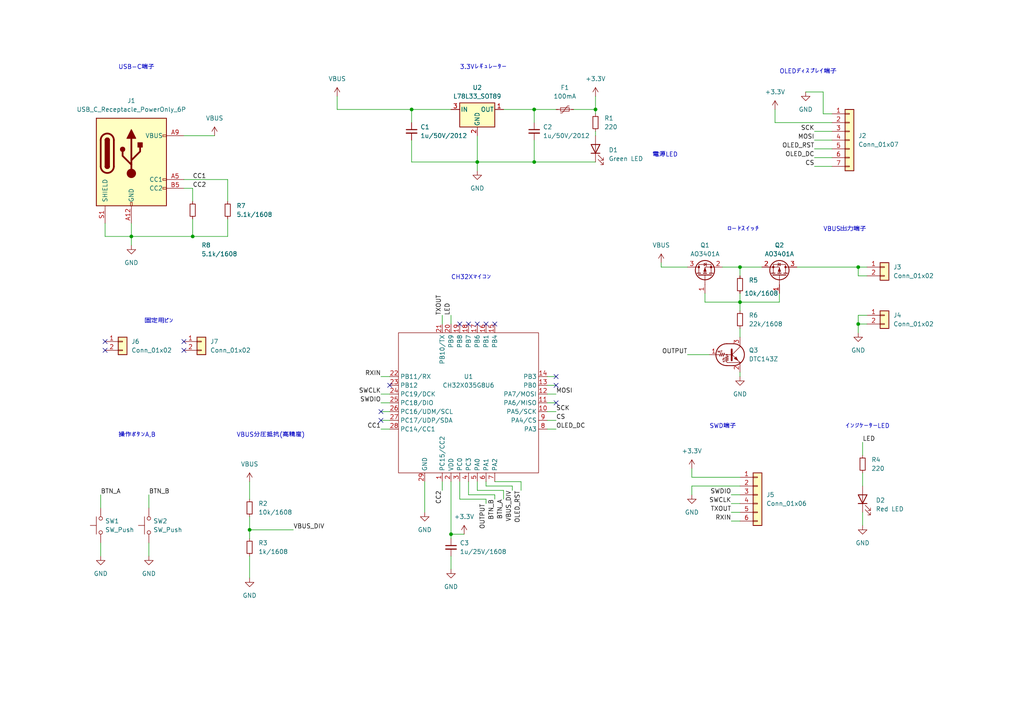
<source format=kicad_sch>
(kicad_sch (version 20230121) (generator eeschema)
  (paper "A4")
  (title_block (title "USBPDTrigger-VoltDisplay") (date "2023-12-31") (rev "v1.0") (company "@suzan_works"))
  (lib_symbols
    (symbol "0_My_Library:CH32X035G8U6"
      (property "Reference" "U" (at -1.27 10.16 0))
      (property "Value" "CH32X035G8U6" (at 0 6.35 0))
      (symbol "CH32X035G8U6_0_1"
        (rectangle (start -20.32 20.32) (end 20.32 -20.32))
      )
      (symbol "CH32X035G8U6_1_0"
        (pin bidirectional line (at 22.86 -2.54 180) (length 2.54) (name "PA5/SCK") (number "10"))
        (pin bidirectional line (at 22.86 0 180) (length 2.54) (name "PA6/MISO") (number "11"))
        (pin bidirectional line (at 22.86 2.54 180) (length 2.54) (name "PA7/MOSI") (number "12"))
        (pin bidirectional line (at 22.86 5.08 180) (length 2.54) (name "PB0") (number "13"))
        (pin bidirectional line (at 22.86 7.62 180) (length 2.54) (name "PB3") (number "14"))
        (pin bidirectional line (at 7.62 22.86 270) (length 2.54) (name "PB4") (number "15"))
        (pin bidirectional line (at 5.08 22.86 270) (length 2.54) (name "PB1") (number "16"))
        (pin bidirectional line (at 2.54 22.86 270) (length 2.54) (name "PB6") (number "17"))
        (pin bidirectional line (at 0 22.86 270) (length 2.54) (name "PB7") (number "18"))
        (pin bidirectional line (at -2.54 22.86 270) (length 2.54) (name "PB8") (number "19"))
        (pin power_in line (at -5.08 -22.86 90) (length 2.54) (name "VDD") (number "2"))
        (pin bidirectional line (at -5.08 22.86 270) (length 2.54) (name "PB9") (number "20"))
        (pin bidirectional line (at -7.62 22.86 270) (length 2.54) (name "PB10/TX") (number "21"))
        (pin bidirectional line (at -22.86 7.62 0) (length 2.54) (name "PB11/RX") (number "22"))
        (pin bidirectional line (at -22.86 5.08 0) (length 2.54) (name "PB12") (number "23"))
        (pin bidirectional line (at -22.86 2.54 0) (length 2.54) (name "PC19/DCK") (number "24"))
        (pin bidirectional line (at -22.86 0 0) (length 2.54) (name "PC18/DIO") (number "25"))
        (pin bidirectional line (at -22.86 -2.54 0) (length 2.54) (name "PC16/UDM/SCL") (number "26"))
        (pin bidirectional line (at -22.86 -5.08 0) (length 2.54) (name "PC17/UDP/SDA") (number "27"))
        (pin bidirectional line (at -22.86 -7.62 0) (length 2.54) (name "PC14/CC1") (number "28"))
        (pin power_in line (at -12.7 -22.86 90) (length 2.54) (name "GND") (number "29"))
        (pin bidirectional line (at -2.54 -22.86 90) (length 2.54) (name "PC0") (number "3"))
        (pin bidirectional line (at 0 -22.86 90) (length 2.54) (name "PC3") (number "4"))
        (pin bidirectional line (at 2.54 -22.86 90) (length 2.54) (name "PA0") (number "5"))
        (pin bidirectional line (at 5.08 -22.86 90) (length 2.54) (name "PA1") (number "6"))
        (pin bidirectional line (at 7.62 -22.86 90) (length 2.54) (name "PA2") (number "7"))
        (pin bidirectional line (at 22.86 -7.62 180) (length 2.54) (name "PA3") (number "8"))
        (pin bidirectional line (at 22.86 -5.08 180) (length 2.54) (name "PA4/CS") (number "9"))
      )
      (symbol "CH32X035G8U6_1_1"
        (pin bidirectional line (at -7.62 -22.86 90) (length 2.54) (name "PC15/CC2") (number "1"))
      )
    )
    (symbol "Connector:USB_C_Receptacle_PowerOnly_6P" (pin_names (offset 1.016))
      (property "Reference" "J" (at 0 16.51 0))
      (property "Value" "USB_C_Receptacle_PowerOnly_6P" (at 0 13.97 0))
      (symbol "USB_C_Receptacle_PowerOnly_6P_0_0"
        (rectangle (start -0.254 -12.7) (end 0.254 -11.684))
        (rectangle (start 10.16 -7.366) (end 9.144 -7.874))
        (rectangle (start 10.16 -4.826) (end 9.144 -5.334))
        (rectangle (start 10.16 7.874) (end 9.144 7.366))
      )
      (symbol "USB_C_Receptacle_PowerOnly_6P_0_1"
        (rectangle (start -10.16 12.7) (end 10.16 -12.7) (stroke (width 0.254)) (fill (type background)))
        (arc (start -8.89 -1.27) (mid -6.985 -3.1667) (end -5.08 -1.27) (stroke (width 0.508)))
        (arc (start -7.62 -1.27) (mid -6.985 -1.9023) (end -6.35 -1.27) (stroke (width 0.254)))
        (arc (start -7.62 -1.27) (mid -6.985 -1.9023) (end -6.35 -1.27) (stroke (width 0.254)) (fill (type outline)))
        (rectangle (start -7.62 -1.27) (end -6.35 6.35) (stroke (width 0.254)) (fill (type outline)))
        (arc (start -6.35 6.35) (mid -6.985 6.9823) (end -7.62 6.35) (stroke (width 0.254)))
        (arc (start -6.35 6.35) (mid -6.985 6.9823) (end -7.62 6.35) (stroke (width 0.254)) (fill (type outline)))
        (arc (start -5.08 6.35) (mid -6.985 8.2467) (end -8.89 6.35) (stroke (width 0.508)))
        (circle (center -2.54 3.683) (radius 0.635) (stroke (width 0.254)) (fill (type outline)))
        (circle (center 0 -3.302) (radius 1.27) (fill (type outline)))
        (polyline (pts (xy -8.89 -1.27) (xy -8.89 6.35)) (stroke (width 0.508)))
        (polyline (pts (xy -5.08 6.35) (xy -5.08 -1.27)) (stroke (width 0.508)))
        (polyline (pts (xy 0 -3.302) (xy 0 6.858)) (stroke (width 0.508)))
        (polyline (pts (xy 0 -0.762) (xy -2.54 1.778) (xy -2.54 3.048)) (stroke (width 0.508)))
        (polyline (pts (xy 0 0.508) (xy 2.54 3.048) (xy 2.54 4.318)) (stroke (width 0.508)))
        (polyline (pts (xy -1.27 6.858) (xy 0 9.398) (xy 1.27 6.858) (xy -1.27 6.858)) (stroke (width 0.254)) (fill (type outline)))
        (rectangle (start 1.905 4.318) (end 3.175 5.588) (stroke (width 0.254)) (fill (type outline)))
      )
      (symbol "USB_C_Receptacle_PowerOnly_6P_1_1"
        (pin passive line (at 0 -17.78 90) (length 5.08) (name "GND") (number "A12"))
        (pin bidirectional line (at 15.24 -5.08 180) (length 5.08) (name "CC1") (number "A5"))
        (pin passive line (at 15.24 7.62 180) (length 5.08) (name "VBUS") (number "A9"))
        (pin passive line (at 0 -17.78 90) (length 5.08) hide (name "GND") (number "B12"))
        (pin bidirectional line (at 15.24 -7.62 180) (length 5.08) (name "CC2") (number "B5"))
        (pin passive line (at 15.24 7.62 180) (length 5.08) hide (name "VBUS") (number "B9"))
        (pin passive line (at -7.62 -17.78 90) (length 5.08) (name "SHIELD") (number "S1"))
      )
    )
    (symbol "Connector_Generic:Conn_01x02" (pin_names (offset 1.016) hide)
      (property "Reference" "J" (at 0 2.54 0))
      (property "Value" "Conn_01x02" (at 0 -5.08 0))
      (symbol "Conn_01x02_1_1"
        (rectangle (start -1.27 -2.413) (end 0 -2.667) (stroke (width 0.1524)))
        (rectangle (start -1.27 0.127) (end 0 -0.127) (stroke (width 0.1524)))
        (rectangle (start -1.27 1.27) (end 1.27 -3.81) (stroke (width 0.254)) (fill (type background)))
        (pin passive line (at -5.08 0 0) (length 3.81) (name "Pin_1") (number "1"))
        (pin passive line (at -5.08 -2.54 0) (length 3.81) (name "Pin_2") (number "2"))
      )
    )
    (symbol "Connector_Generic:Conn_01x06" (pin_names (offset 1.016) hide)
      (property "Reference" "J" (at 0 7.62 0))
      (property "Value" "Conn_01x06" (at 0 -10.16 0))
      (symbol "Conn_01x06_1_1"
        (rectangle (start -1.27 -7.493) (end 0 -7.747) (stroke (width 0.1524)))
        (rectangle (start -1.27 -4.953) (end 0 -5.207) (stroke (width 0.1524)))
        (rectangle (start -1.27 -2.413) (end 0 -2.667) (stroke (width 0.1524)))
        (rectangle (start -1.27 0.127) (end 0 -0.127) (stroke (width 0.1524)))
        (rectangle (start -1.27 2.667) (end 0 2.413) (stroke (width 0.1524)))
        (rectangle (start -1.27 5.207) (end 0 4.953) (stroke (width 0.1524)))
        (rectangle (start -1.27 6.35) (end 1.27 -8.89) (stroke (width 0.254)) (fill (type background)))
        (pin passive line (at -5.08 5.08 0) (length 3.81) (name "Pin_1") (number "1"))
        (pin passive line (at -5.08 2.54 0) (length 3.81) (name "Pin_2") (number "2"))
        (pin passive line (at -5.08 0 0) (length 3.81) (name "Pin_3") (number "3"))
        (pin passive line (at -5.08 -2.54 0) (length 3.81) (name "Pin_4") (number "4"))
        (pin passive line (at -5.08 -5.08 0) (length 3.81) (name "Pin_5") (number "5"))
        (pin passive line (at -5.08 -7.62 0) (length 3.81) (name "Pin_6") (number "6"))
      )
    )
    (symbol "Connector_Generic:Conn_01x07" (pin_names (offset 1.016) hide)
      (property "Reference" "J" (at 0 10.16 0))
      (property "Value" "Conn_01x07" (at 0 -10.16 0))
      (symbol "Conn_01x07_1_1"
        (rectangle (start -1.27 -7.493) (end 0 -7.747) (stroke (width 0.1524)))
        (rectangle (start -1.27 -4.953) (end 0 -5.207) (stroke (width 0.1524)))
        (rectangle (start -1.27 -2.413) (end 0 -2.667) (stroke (width 0.1524)))
        (rectangle (start -1.27 0.127) (end 0 -0.127) (stroke (width 0.1524)))
        (rectangle (start -1.27 2.667) (end 0 2.413) (stroke (width 0.1524)))
        (rectangle (start -1.27 5.207) (end 0 4.953) (stroke (width 0.1524)))
        (rectangle (start -1.27 7.747) (end 0 7.493) (stroke (width 0.1524)))
        (rectangle (start -1.27 8.89) (end 1.27 -8.89) (stroke (width 0.254)) (fill (type background)))
        (pin passive line (at -5.08 7.62 0) (length 3.81) (name "Pin_1") (number "1"))
        (pin passive line (at -5.08 5.08 0) (length 3.81) (name "Pin_2") (number "2"))
        (pin passive line (at -5.08 2.54 0) (length 3.81) (name "Pin_3") (number "3"))
        (pin passive line (at -5.08 0 0) (length 3.81) (name "Pin_4") (number "4"))
        (pin passive line (at -5.08 -2.54 0) (length 3.81) (name "Pin_5") (number "5"))
        (pin passive line (at -5.08 -5.08 0) (length 3.81) (name "Pin_6") (number "6"))
        (pin passive line (at -5.08 -7.62 0) (length 3.81) (name "Pin_7") (number "7"))
      )
    )
    (symbol "Device:C_Small" (pin_numbers hide) (pin_names (offset 0.254) hide)
      (property "Reference" "C" (at 0.254 1.778 0))
      (property "Value" "C_Small" (at 0.254 -2.032 0))
      (symbol "C_Small_0_1"
        (polyline (pts (xy -1.524 -0.508) (xy 1.524 -0.508)) (stroke (width 0.3302)))
        (polyline (pts (xy -1.524 0.508) (xy 1.524 0.508)) (stroke (width 0.3048)))
      )
      (symbol "C_Small_1_1"
        (pin passive line (at 0 2.54 270) (length 2.032) (name "~") (number "1"))
        (pin passive line (at 0 -2.54 90) (length 2.032) (name "~") (number "2"))
      )
    )
    (symbol "Device:LED" (pin_numbers hide) (pin_names (offset 1.016) hide)
      (property "Reference" "D" (at 0 2.54 0))
      (property "Value" "LED" (at 0 -2.54 0))
      (symbol "LED_0_1"
        (polyline (pts (xy -1.27 -1.27) (xy -1.27 1.27)) (stroke (width 0.254)))
        (polyline (pts (xy -1.27 0) (xy 1.27 0)))
        (polyline (pts (xy 1.27 -1.27) (xy 1.27 1.27) (xy -1.27 0) (xy 1.27 -1.27)) (stroke (width 0.254)))
        (polyline (pts (xy -3.048 -0.762) (xy -4.572 -2.286) (xy -3.81 -2.286) (xy -4.572 -2.286) (xy -4.572 -1.524)))
        (polyline (pts (xy -1.778 -0.762) (xy -3.302 -2.286) (xy -2.54 -2.286) (xy -3.302 -2.286) (xy -3.302 -1.524)))
      )
      (symbol "LED_1_1"
        (pin passive line (at -3.81 0 0) (length 2.54) (name "K") (number "1"))
        (pin passive line (at 3.81 0 180) (length 2.54) (name "A") (number "2"))
      )
    )
    (symbol "Device:Polyfuse_Small" (pin_numbers hide) (pin_names (offset 0))
      (property "Reference" "F" (at -1.905 0 90))
      (property "Value" "Polyfuse_Small" (at 1.905 0 90))
      (symbol "Polyfuse_Small_0_1"
        (rectangle (start -0.508 1.27) (end 0.508 -1.27))
        (polyline (pts (xy 0 2.54) (xy 0 -2.54)))
        (polyline (pts (xy -1.016 1.27) (xy -1.016 0.762) (xy 1.016 -0.762) (xy 1.016 -1.27)))
      )
      (symbol "Polyfuse_Small_1_1"
        (pin passive line (at 0 2.54 270) (length 0.635) (name "~") (number "1"))
        (pin passive line (at 0 -2.54 90) (length 0.635) (name "~") (number "2"))
      )
    )
    (symbol "Device:Q_PMOS_GSD" (pin_names (offset 0) hide)
      (property "Reference" "Q" (at 5.08 1.27 0))
      (property "Value" "Q_PMOS_GSD" (at 5.08 -1.27 0))
      (symbol "Q_PMOS_GSD_0_1"
        (polyline (pts (xy 0.254 0) (xy -2.54 0)))
        (polyline (pts (xy 0.254 1.905) (xy 0.254 -1.905)) (stroke (width 0.254)))
        (polyline (pts (xy 0.762 -1.27) (xy 0.762 -2.286)) (stroke (width 0.254)))
        (polyline (pts (xy 0.762 0.508) (xy 0.762 -0.508)) (stroke (width 0.254)))
        (polyline (pts (xy 0.762 2.286) (xy 0.762 1.27)) (stroke (width 0.254)))
        (polyline (pts (xy 2.54 2.54) (xy 2.54 1.778)))
        (polyline (pts (xy 2.54 -2.54) (xy 2.54 0) (xy 0.762 0)))
        (polyline (pts (xy 0.762 1.778) (xy 3.302 1.778) (xy 3.302 -1.778) (xy 0.762 -1.778)))
        (polyline (pts (xy 2.286 0) (xy 1.27 0.381) (xy 1.27 -0.381) (xy 2.286 0)) (fill (type outline)))
        (polyline (pts (xy 2.794 -0.508) (xy 2.921 -0.381) (xy 3.683 -0.381) (xy 3.81 -0.254)))
        (polyline (pts (xy 3.302 -0.381) (xy 2.921 0.254) (xy 3.683 0.254) (xy 3.302 -0.381)))
        (circle (center 1.651 0) (radius 2.794) (stroke (width 0.254)))
        (circle (center 2.54 -1.778) (radius 0.254) (fill (type outline)))
        (circle (center 2.54 1.778) (radius 0.254) (fill (type outline)))
      )
      (symbol "Q_PMOS_GSD_1_1"
        (pin input line (at -5.08 0 0) (length 2.54) (name "G") (number "1"))
        (pin passive line (at 2.54 -5.08 90) (length 2.54) (name "S") (number "2"))
        (pin passive line (at 2.54 5.08 270) (length 2.54) (name "D") (number "3"))
      )
    )
    (symbol "Device:R_Small" (pin_numbers hide) (pin_names (offset 0.254) hide)
      (property "Reference" "R" (at 0.762 0.508 0))
      (property "Value" "R_Small" (at 0.762 -1.016 0))
      (symbol "R_Small_0_1"
        (rectangle (start -0.762 1.778) (end 0.762 -1.778) (stroke (width 0.2032)))
      )
      (symbol "R_Small_1_1"
        (pin passive line (at 0 2.54 270) (length 0.762) (name "~") (number "1"))
        (pin passive line (at 0 -2.54 90) (length 0.762) (name "~") (number "2"))
      )
    )
    (symbol "Regulator_Linear:L78L33_SOT89" (pin_names (offset 0.254))
      (property "Reference" "U" (at -3.81 3.175 0))
      (property "Value" "L78L33_SOT89" (at -0.635 3.175 0))
      (symbol "L78L33_SOT89_0_1"
        (rectangle (start -5.08 1.905) (end 5.08 -5.08) (stroke (width 0.254)) (fill (type background)))
      )
      (symbol "L78L33_SOT89_1_1"
        (pin power_out line (at 7.62 0 180) (length 2.54) (name "OUT") (number "1"))
        (pin power_in line (at 0 -7.62 90) (length 2.54) (name "GND") (number "2"))
        (pin power_in line (at -7.62 0 0) (length 2.54) (name "IN") (number "3"))
      )
    )
    (symbol "Switch:SW_Push" (pin_numbers hide) (pin_names (offset 1.016) hide)
      (property "Reference" "SW" (at 1.27 2.54 0))
      (property "Value" "SW_Push" (at 0 -1.524 0))
      (symbol "SW_Push_0_1"
        (circle (center -2.032 0) (radius 0.508))
        (polyline (pts (xy 0 1.27) (xy 0 3.048)))
        (polyline (pts (xy 2.54 1.27) (xy -2.54 1.27)))
        (circle (center 2.032 0) (radius 0.508))
        (pin passive line (at -5.08 0 0) (length 2.54) (name "1") (number "1"))
        (pin passive line (at 5.08 0 180) (length 2.54) (name "2") (number "2"))
      )
    )
    (symbol "Transistor_BJT:DTC143Z" (pin_names (offset 0) hide)
      (property "Reference" "Q" (at 5.08 1.905 0))
      (property "Value" "DTC143Z" (at 5.08 0 0))
      (symbol "DTC143Z_0_0"
        (text "47k" (at -2.159 -1.524 900) (effects (font (size 0.508 0.508))))
        (text "4k7" (at -3.302 0.889 0) (effects (font (size 0.508 0.508))))
      )
      (symbol "DTC143Z_0_1"
        (circle (center -1.27 0) (radius 0.127))
        (arc (start -1.27 3.175) (mid -4.4312 0) (end -1.27 -3.175) (stroke (width 0.254)))
        (polyline (pts (xy -3.429 0) (xy -3.81 0)))
        (polyline (pts (xy -1.27 -3.175) (xy 0.635 -3.175)) (stroke (width 0.254)))
        (polyline (pts (xy -1.27 3.175) (xy 0.635 3.175)) (stroke (width 0.254)))
        (polyline (pts (xy 0 -0.254) (xy 2.54 2.286)))
        (polyline (pts (xy 0.127 1.524) (xy 0.127 -1.651)) (stroke (width 0.508)) (fill (type outline)))
        (polyline (pts (xy 2.54 2.286) (xy 2.54 2.54)))
        (polyline (pts (xy 2.54 -2.286) (xy 0 0.254) (xy 0 0.254)))
        (polyline (pts (xy 0.889 -1.143) (xy 1.397 -0.635) (xy 1.905 -1.651) (xy 0.889 -1.143)) (fill (type outline)))
        (polyline (pts (xy 0 0) (xy -1.905 0) (xy -2.032 0.508) (xy -2.286 -0.508) (xy -2.54 0.508) (xy -2.794 -0.508) (xy -3.048 0.508) (xy -3.302 -0.508) (xy -3.429 0)))
        (polyline (pts (xy -1.27 0) (xy -1.27 -0.381) (xy -0.762 -0.508) (xy -1.778 -0.762) (xy -0.762 -1.016) (xy -1.778 -1.27) (xy -0.762 -1.524) (xy -1.778 -1.778) (xy -1.27 -1.905) (xy -1.27 -2.286) (xy 2.54 -2.286)))
        (arc (start 0.635 -3.175) (mid 3.7962 0) (end 0.635 3.175) (stroke (width 0.254)))
        (circle (center 2.54 -2.286) (radius 0.127))
      )
      (symbol "DTC143Z_1_1"
        (pin input line (at -6.35 0 0) (length 2.54) (name "B") (number "1"))
        (pin passive line (at 2.54 -5.08 90) (length 2.54) (name "E") (number "2"))
        (pin passive line (at 2.54 5.08 270) (length 2.54) (name "C") (number "3"))
      )
    )
    (symbol "power:+3.3V" (power) (pin_names (offset 0))
      (property "Value" "+3.3V" (at 0 3.556 0))
      (symbol "+3.3V_0_1"
        (polyline (pts (xy -0.762 1.27) (xy 0 2.54)))
        (polyline (pts (xy 0 0) (xy 0 2.54)))
        (polyline (pts (xy 0 2.54) (xy 0.762 1.27)))
      )
      (symbol "+3.3V_1_1"
        (pin power_in line (at 0 0 90) (length 0) hide (name "+3.3V") (number "1"))
      )
    )
    (symbol "power:GND" (power) (pin_names (offset 0))
      (property "Value" "GND" (at 0 -3.81 0))
      (symbol "GND_0_1"
        (polyline (pts (xy 0 0) (xy 0 -1.27) (xy 1.27 -1.27) (xy 0 -2.54) (xy -1.27 -1.27) (xy 0 -1.27)))
      )
      (symbol "GND_1_1"
        (pin power_in line (at 0 0 270) (length 0) hide (name "GND") (number "1"))
      )
    )
    (symbol "power:VBUS" (power) (pin_names (offset 0))
      (property "Value" "VBUS" (at 0 3.81 0))
      (symbol "VBUS_0_1"
        (polyline (pts (xy -0.762 1.27) (xy 0 2.54)))
        (polyline (pts (xy 0 0) (xy 0 2.54)))
        (polyline (pts (xy 0 2.54) (xy 0.762 1.27)))
      )
      (symbol "VBUS_1_1"
        (pin power_in line (at 0 0 90) (length 0) hide (name "VBUS") (number "1"))
      )
    )
  )
  (junction (at 248.92 77.47))
  (junction (at 154.94 46.99))
  (junction (at 130.81 154.94))
  (junction (at 55.88 68.58))
  (junction (at 214.63 87.63))
  (junction (at 38.1 68.58))
  (junction (at 214.63 77.47))
  (junction (at 72.39 153.67))
  (junction (at 154.94 31.75))
  (junction (at 172.72 31.75))
  (junction (at 248.92 93.98))
  (junction (at 138.43 46.99))
  (junction (at 119.38 31.75))
  (no_connect (at 161.29 116.84))
  (no_connect (at 143.51 93.98))
  (no_connect (at 53.34 99.06))
  (no_connect (at 53.34 101.6))
  (no_connect (at 135.89 93.98))
  (no_connect (at 140.97 93.98))
  (no_connect (at 161.29 109.22))
  (no_connect (at 113.03 111.76))
  (no_connect (at 138.43 93.98))
  (no_connect (at 161.29 111.76))
  (no_connect (at 30.48 99.06))
  (no_connect (at 110.49 119.38))
  (no_connect (at 110.49 121.92))
  (no_connect (at 30.48 101.6))
  (no_connect (at 133.35 93.98))
  (wire (pts (xy 130.81 91.44) (xy 130.81 93.98)))
  (wire (pts (xy 212.09 151.13) (xy 214.63 151.13)))
  (wire (pts (xy 236.22 40.64) (xy 241.3 40.64)))
  (wire (pts (xy 151.13 139.7) (xy 151.13 142.24)))
  (wire (pts (xy 250.19 128.27) (xy 250.19 132.08)))
  (wire (pts (xy 214.63 77.47) (xy 214.63 80.01)))
  (wire (pts (xy 151.13 139.7) (xy 143.51 139.7)))
  (wire (pts (xy 72.39 139.7) (xy 72.39 144.78)))
  (wire (pts (xy 212.09 146.05) (xy 214.63 146.05)))
  (wire (pts (xy 172.72 31.75) (xy 172.72 27.94)))
  (wire (pts (xy 130.81 154.94) (xy 134.62 154.94)))
  (wire (pts (xy 214.63 85.09) (xy 214.63 87.63)))
  (wire (pts (xy 130.81 161.29) (xy 130.81 165.1)))
  (wire (pts (xy 250.19 137.16) (xy 250.19 140.97)))
  (wire (pts (xy 133.35 139.7) (xy 133.35 144.78)))
  (wire (pts (xy 55.88 68.58) (xy 55.88 63.5)))
  (wire (pts (xy 158.75 111.76) (xy 161.29 111.76)))
  (wire (pts (xy 154.94 46.99) (xy 138.43 46.99)))
  (wire (pts (xy 143.51 144.78) (xy 143.51 143.51)))
  (wire (pts (xy 236.22 48.26) (xy 241.3 48.26)))
  (wire (pts (xy 236.22 38.1) (xy 241.3 38.1)))
  (wire (pts (xy 158.75 121.92) (xy 161.29 121.92)))
  (wire (pts (xy 138.43 46.99) (xy 119.38 46.99)))
  (wire (pts (xy 29.21 157.48) (xy 29.21 161.29)))
  (wire (pts (xy 236.22 43.18) (xy 241.3 43.18)))
  (wire (pts (xy 72.39 153.67) (xy 85.09 153.67)))
  (wire (pts (xy 97.79 27.94) (xy 97.79 31.75)))
  (wire (pts (xy 231.14 77.47) (xy 248.92 77.47)))
  (wire (pts (xy 158.75 119.38) (xy 161.29 119.38)))
  (wire (pts (xy 30.48 68.58) (xy 38.1 68.58)))
  (wire (pts (xy 72.39 153.67) (xy 72.39 156.21)))
  (wire (pts (xy 110.49 124.46) (xy 113.03 124.46)))
  (wire (pts (xy 66.04 52.07) (xy 66.04 58.42)))
  (wire (pts (xy 148.59 140.97) (xy 140.97 140.97)))
  (wire (pts (xy 200.66 135.89) (xy 200.66 138.43)))
  (wire (pts (xy 30.48 64.77) (xy 30.48 68.58)))
  (wire (pts (xy 138.43 46.99) (xy 138.43 49.53)))
  (wire (pts (xy 200.66 140.97) (xy 200.66 143.51)))
  (wire (pts (xy 130.81 154.94) (xy 130.81 156.21)))
  (wire (pts (xy 119.38 31.75) (xy 130.81 31.75)))
  (wire (pts (xy 110.49 114.3) (xy 113.03 114.3)))
  (wire (pts (xy 140.97 146.05) (xy 140.97 144.78)))
  (wire (pts (xy 250.19 148.59) (xy 250.19 152.4)))
  (wire (pts (xy 110.49 109.22) (xy 113.03 109.22)))
  (wire (pts (xy 148.59 140.97) (xy 148.59 142.24)))
  (wire (pts (xy 72.39 149.86) (xy 72.39 153.67)))
  (wire (pts (xy 248.92 91.44) (xy 251.46 91.44)))
  (wire (pts (xy 138.43 142.24) (xy 138.43 139.7)))
  (wire (pts (xy 123.19 139.7) (xy 123.19 148.59)))
  (wire (pts (xy 214.63 87.63) (xy 214.63 90.17)))
  (wire (pts (xy 110.49 116.84) (xy 113.03 116.84)))
  (wire (pts (xy 214.63 140.97) (xy 200.66 140.97)))
  (wire (pts (xy 191.77 77.47) (xy 199.39 77.47)))
  (wire (pts (xy 38.1 68.58) (xy 55.88 68.58)))
  (wire (pts (xy 158.75 109.22) (xy 161.29 109.22)))
  (wire (pts (xy 214.63 87.63) (xy 226.06 87.63)))
  (wire (pts (xy 158.75 114.3) (xy 161.29 114.3)))
  (wire (pts (xy 199.39 102.87) (xy 205.74 102.87)))
  (wire (pts (xy 53.34 52.07) (xy 66.04 52.07)))
  (wire (pts (xy 146.05 144.78) (xy 146.05 142.24)))
  (wire (pts (xy 248.92 77.47) (xy 251.46 77.47)))
  (wire (pts (xy 191.77 76.2) (xy 191.77 77.47)))
  (wire (pts (xy 236.22 45.72) (xy 241.3 45.72)))
  (wire (pts (xy 119.38 31.75) (xy 119.38 35.56)))
  (wire (pts (xy 128.27 91.44) (xy 128.27 93.98)))
  (wire (pts (xy 209.55 77.47) (xy 214.63 77.47)))
  (wire (pts (xy 135.89 143.51) (xy 135.89 139.7)))
  (wire (pts (xy 55.88 58.42) (xy 55.88 54.61)))
  (wire (pts (xy 110.49 121.92) (xy 113.03 121.92)))
  (wire (pts (xy 238.76 26.67) (xy 233.68 26.67)))
  (wire (pts (xy 200.66 138.43) (xy 214.63 138.43)))
  (wire (pts (xy 248.92 93.98) (xy 251.46 93.98)))
  (wire (pts (xy 214.63 107.95) (xy 214.63 109.22)))
  (wire (pts (xy 29.21 143.51) (xy 29.21 147.32)))
  (wire (pts (xy 251.46 80.01) (xy 248.92 80.01)))
  (wire (pts (xy 53.34 39.37) (xy 62.23 39.37)))
  (wire (pts (xy 38.1 64.77) (xy 38.1 68.58)))
  (wire (pts (xy 204.47 85.09) (xy 204.47 87.63)))
  (wire (pts (xy 138.43 39.37) (xy 138.43 46.99)))
  (wire (pts (xy 110.49 119.38) (xy 113.03 119.38)))
  (wire (pts (xy 154.94 31.75) (xy 154.94 35.56)))
  (wire (pts (xy 97.79 31.75) (xy 119.38 31.75)))
  (wire (pts (xy 248.92 96.52) (xy 248.92 93.98)))
  (wire (pts (xy 248.92 93.98) (xy 248.92 91.44)))
  (wire (pts (xy 158.75 116.84) (xy 161.29 116.84)))
  (wire (pts (xy 143.51 143.51) (xy 135.89 143.51)))
  (wire (pts (xy 146.05 31.75) (xy 154.94 31.75)))
  (wire (pts (xy 226.06 85.09) (xy 226.06 87.63)))
  (wire (pts (xy 224.79 35.56) (xy 224.79 31.75)))
  (wire (pts (xy 38.1 68.58) (xy 38.1 71.12)))
  (wire (pts (xy 241.3 35.56) (xy 224.79 35.56)))
  (wire (pts (xy 172.72 46.99) (xy 154.94 46.99)))
  (wire (pts (xy 212.09 148.59) (xy 214.63 148.59)))
  (wire (pts (xy 55.88 54.61) (xy 53.34 54.61)))
  (wire (pts (xy 158.75 124.46) (xy 161.29 124.46)))
  (wire (pts (xy 172.72 38.1) (xy 172.72 39.37)))
  (wire (pts (xy 43.18 143.51) (xy 43.18 147.32)))
  (wire (pts (xy 43.18 157.48) (xy 43.18 161.29)))
  (wire (pts (xy 140.97 140.97) (xy 140.97 139.7)))
  (wire (pts (xy 248.92 77.47) (xy 248.92 80.01)))
  (wire (pts (xy 154.94 40.64) (xy 154.94 46.99)))
  (wire (pts (xy 72.39 161.29) (xy 72.39 167.64)))
  (wire (pts (xy 154.94 31.75) (xy 161.29 31.75)))
  (wire (pts (xy 172.72 31.75) (xy 172.72 33.02)))
  (wire (pts (xy 214.63 95.25) (xy 214.63 97.79)))
  (wire (pts (xy 119.38 40.64) (xy 119.38 46.99)))
  (wire (pts (xy 55.88 68.58) (xy 66.04 68.58)))
  (wire (pts (xy 128.27 139.7) (xy 128.27 142.24)))
  (wire (pts (xy 140.97 144.78) (xy 133.35 144.78)))
  (wire (pts (xy 66.04 63.5) (xy 66.04 68.58)))
  (wire (pts (xy 214.63 77.47) (xy 220.98 77.47)))
  (wire (pts (xy 238.76 33.02) (xy 238.76 26.67)))
  (wire (pts (xy 130.81 139.7) (xy 130.81 154.94)))
  (wire (pts (xy 204.47 87.63) (xy 214.63 87.63)))
  (wire (pts (xy 166.37 31.75) (xy 172.72 31.75)))
  (wire (pts (xy 241.3 33.02) (xy 238.76 33.02)))
  (wire (pts (xy 212.09 143.51) (xy 214.63 143.51)))
  (wire (pts (xy 146.05 142.24) (xy 138.43 142.24)))
  (text "電源LED" (at 189.23 45.72 0) (effects (font (size 1.27 1.27)) (justify left bottom)))
  (text "OLEDディスプレイ端子" (at 226.06 21.59 0) (effects (font (size 1.27 1.27)) (justify left bottom)))
  (text "VBUS分圧抵抗(高精度)" (at 68.58 127 0) (effects (font (size 1.27 1.27)) (justify left bottom)))
  (text "USB-C端子" (at 34.29 20.32 0) (effects (font (size 1.27 1.27)) (justify left bottom)))
  (text "操作ボタンA,B" (at 34.29 127 0) (effects (font (size 1.27 1.27)) (justify left bottom)))
  (text "VBUS出力端子" (at 238.76 67.31 0) (effects (font (size 1.27 1.27)) (justify left bottom)))
  (text "インジケーターLED" (at 245.11 124.46 0) (effects (font (size 1.27 1.27)) (justify left bottom)))
  (text "CH32Xマイコン" (at 130.81 81.28 0) (effects (font (size 1.27 1.27)) (justify left bottom)))
  (text "ロードスイッチ" (at 210.82 67.31 0) (effects (font (size 1.27 1.27)) (justify left bottom)))
  (text "SWD端子" (at 205.74 124.46 0) (effects (font (size 1.27 1.27)) (justify left bottom)))
  (text "固定用ピン" (at 41.91 93.98 0) (effects (font (size 1.27 1.27)) (justify left bottom)))
  (text "3.3Vレギュレーター" (at 133.35 20.32 0) (effects (font (size 1.27 1.27)) (justify left bottom)))
  (label "SWCLK" (at 212.09 146.05 180))
  (label "SCK" (at 236.22 38.1 180))
  (label "OLED_RST" (at 236.22 43.18 180))
  (label "OLED_DC" (at 236.22 45.72 180))
  (label "OUTPUT" (at 199.39 102.87 180))
  (label "RXIN" (at 212.09 151.13 180))
  (label "BTN_B" (at 43.18 143.51 0))
  (label "BTN_B" (at 143.51 144.78 270))
  (label "SWDIO" (at 110.49 116.84 180))
  (label "LED" (at 250.19 128.27 0))
  (label "OLED_RST" (at 151.13 142.24 270))
  (label "CC1" (at 110.49 124.46 180))
  (label "BTN_A" (at 29.21 143.51 0))
  (label "CS" (at 161.29 121.92 0))
  (label "SWDIO" (at 212.09 143.51 180))
  (label "MOSI" (at 236.22 40.64 180))
  (label "RXIN" (at 110.49 109.22 180))
  (label "SCK" (at 161.29 119.38 0))
  (label "VBUS_DIV" (at 85.09 153.67 0))
  (label "TXOUT" (at 128.27 91.44 90))
  (label "VBUS_DIV" (at 148.59 142.24 270))
  (label "LED" (at 130.81 91.44 90))
  (label "CC2" (at 55.88 54.61 0))
  (label "SWCLK" (at 110.49 114.3 180))
  (label "BTN_A" (at 146.05 144.78 270))
  (label "CC2" (at 128.27 142.24 270))
  (label "OUTPUT" (at 140.97 146.05 270))
  (label "OLED_DC" (at 161.29 124.46 0))
  (label "CS" (at 236.22 48.26 180))
  (label "CC1" (at 55.88 52.07 0))
  (label "TXOUT" (at 212.09 148.59 180))
  (label "MOSI" (at 161.29 114.3 0))
  (symbol (lib_id "Connector_Generic:Conn_01x02") (at 256.54 77.47 0) (unit 1)
    (property "Reference" "J3" (at 259.08 77.47 0) (effects (justify left)))
    (property "Value" "Conn_01x02" (at 259.08 80.01 0) (effects (justify left)))
    (property "Footprint" "Connector_PinHeader_2.54mm:PinHeader_1x02_P2.54mm_Vertical" (effects hide))
  )
  (symbol (lib_id "Regulator_Linear:L78L33_SOT89") (at 138.43 31.75 0) (unit 1)
    (property "Reference" "U2" (at 138.43 25.4 0))
    (property "Value" "L78L33_SOT89" (at 138.43 27.94 0))
    (property "Footprint" "Package_TO_SOT_SMD:SOT-89-3" (effects hide))
    (property "Datasheet" "http://www.st.com/content/ccc/resource/technical/document/datasheet/15/55/e5/aa/23/5b/43/fd/CD00000446.pdf/files/CD00000446.pdf/jcr:content/translations/en.CD00000446.pdf" (effects hide))
  )
  (symbol (lib_id "power:+3.3V") (at 224.79 31.75 0) (unit 1)
    (property "Reference" "#PWR09" (effects hide))
    (property "Value" "+3.3V" (at 224.79 26.67 0))
  )
  (symbol (lib_id "Device:C_Small") (at 154.94 38.1 0) (unit 1)
    (property "Reference" "C2" (at 157.48 36.8363 0) (effects (justify left)))
    (property "Value" "1u/50V/2012" (at 157.48 39.3763 0) (effects (justify left)))
    (property "Footprint" "Capacitor_SMD:C_0805_2012Metric" (effects hide))
  )
  (symbol (lib_id "Connector_Generic:Conn_01x02") (at 58.42 99.06 0) (unit 1)
    (property "Reference" "J7" (at 60.96 99.06 0) (effects (justify left)))
    (property "Value" "Conn_01x02" (at 60.96 101.6 0) (effects (justify left)))
    (property "Footprint" "Connector_PinHeader_2.54mm:PinHeader_1x02_P2.54mm_Vertical" (effects hide))
  )
  (symbol (lib_id "Connector_Generic:Conn_01x02") (at 256.54 91.44 0) (unit 1)
    (property "Reference" "J4" (at 259.08 91.44 0) (effects (justify left)))
    (property "Value" "Conn_01x02" (at 259.08 93.98 0) (effects (justify left)))
    (property "Footprint" "Connector_PinHeader_2.54mm:PinHeader_1x02_P2.54mm_Vertical" (effects hide))
  )
  (symbol (lib_id "power:VBUS") (at 191.77 76.2 0) (unit 1)
    (property "Reference" "#PWR010" (effects hide))
    (property "Value" "VBUS" (at 191.77 71.12 0))
  )
  (symbol (lib_id "Connector_Generic:Conn_01x02") (at 35.56 99.06 0) (unit 1)
    (property "Reference" "J6" (at 38.1 99.06 0) (effects (justify left)))
    (property "Value" "Conn_01x02" (at 38.1 101.6 0) (effects (justify left)))
    (property "Footprint" "Connector_PinHeader_2.54mm:PinHeader_1x02_P2.54mm_Vertical" (effects hide))
  )
  (symbol (lib_id "Transistor_BJT:DTC143Z") (at 212.09 102.87 0) (unit 1)
    (property "Reference" "Q3" (at 217.17 101.6 0) (effects (justify left)))
    (property "Value" "DTC143Z" (at 217.17 104.14 0) (effects (justify left)))
    (property "Footprint" "Package_TO_SOT_SMD:SOT-23-3" (effects hide))
  )
  (symbol (lib_id "Device:LED") (at 172.72 43.18 90) (unit 1)
    (property "Reference" "D1" (at 176.53 43.4975 90) (effects (justify right)))
    (property "Value" "Green LED" (at 176.53 46.0375 90) (effects (justify right)))
    (property "Footprint" "LED_SMD:LED_0603_1608Metric" (effects hide))
  )
  (symbol (lib_id "power:GND") (at 248.92 96.52 0) (unit 1)
    (property "Reference" "#PWR011" (effects hide))
    (property "Value" "GND" (at 248.92 101.6 0))
  )
  (symbol (lib_id "power:GND") (at 38.1 71.12 0) (unit 1)
    (property "Reference" "#PWR021" (effects hide))
    (property "Value" "GND" (at 38.1 76.2 0))
  )
  (symbol (lib_id "Device:R_Small") (at 72.39 147.32 0) (unit 1)
    (property "Reference" "R2" (at 74.93 146.05 0) (effects (justify left)))
    (property "Value" "10k/1608" (at 74.93 148.59 0) (effects (justify left)))
    (property "Footprint" "Resistor_SMD:R_0603_1608Metric" (effects hide))
  )
  (symbol (lib_id "Device:Q_PMOS_GSD") (at 226.06 80.01 270) (mirror x) (unit 1)
    (property "Reference" "Q2" (at 226.06 71.12 90))
    (property "Value" "AO3401A" (at 226.06 73.66 90))
    (property "Footprint" "Package_TO_SOT_SMD:SOT-23" (effects hide))
  )
  (symbol (lib_id "Device:R_Small") (at 55.88 60.96 0) (unit 1)
    (property "Reference" "R8" (at 58.42 71.12 0) (effects (justify left)))
    (property "Value" "5.1k/1608" (at 58.42 73.66 0) (effects (justify left)))
    (property "Footprint" "Resistor_SMD:R_0603_1608Metric" (effects hide))
  )
  (symbol (lib_id "power:VBUS") (at 72.39 139.7 0) (unit 1)
    (property "Reference" "#PWR016" (effects hide))
    (property "Value" "VBUS" (at 72.39 134.62 0))
  )
  (symbol (lib_id "Device:C_Small") (at 119.38 38.1 0) (unit 1)
    (property "Reference" "C1" (at 121.92 36.8363 0) (effects (justify left)))
    (property "Value" "1u/50V/2012" (at 121.92 39.3763 0) (effects (justify left)))
    (property "Footprint" "Capacitor_SMD:C_0805_2012Metric" (effects hide))
  )
  (symbol (lib_id "power:GND") (at 130.81 165.1 0) (unit 1)
    (property "Reference" "#PWR020" (effects hide))
    (property "Value" "GND" (at 130.81 170.18 0))
  )
  (symbol (lib_id "Device:R_Small") (at 72.39 158.75 0) (unit 1)
    (property "Reference" "R3" (at 74.93 157.48 0) (effects (justify left)))
    (property "Value" "1k/1608" (at 74.93 160.02 0) (effects (justify left)))
    (property "Footprint" "Resistor_SMD:R_0603_1608Metric" (effects hide))
  )
  (symbol (lib_id "power:GND") (at 72.39 167.64 0) (unit 1)
    (property "Reference" "#PWR015" (effects hide))
    (property "Value" "GND" (at 72.39 172.72 0))
  )
  (symbol (lib_id "power:GND") (at 138.43 49.53 0) (unit 1)
    (property "Reference" "#PWR02" (effects hide))
    (property "Value" "GND" (at 138.43 54.61 0))
  )
  (symbol (lib_id "power:+3.3V") (at 134.62 154.94 0) (unit 1)
    (property "Reference" "#PWR07" (effects hide))
    (property "Value" "+3.3V" (at 134.62 149.86 0))
  )
  (symbol (lib_id "Switch:SW_Push") (at 43.18 152.4 90) (unit 1)
    (property "Reference" "SW2" (at 44.45 151.13 90) (effects (justify right)))
    (property "Value" "SW_Push" (at 44.45 153.67 90) (effects (justify right)))
    (property "Footprint" "Button_Switch_SMD:SW_Push_1P1T_NO_Vertical_Wuerth_434133025816" (effects hide))
  )
  (symbol (lib_id "power:+3.3V") (at 200.66 135.89 0) (unit 1)
    (property "Reference" "#PWR012" (effects hide))
    (property "Value" "+3.3V" (at 200.66 130.81 0))
  )
  (symbol (lib_id "Device:Q_PMOS_GSD") (at 204.47 80.01 90) (unit 1)
    (property "Reference" "Q1" (at 204.47 71.12 90))
    (property "Value" "AO3401A" (at 204.47 73.66 90))
    (property "Footprint" "Package_TO_SOT_SMD:SOT-23" (effects hide))
  )
  (symbol (lib_id "power:GND") (at 214.63 109.22 0) (unit 1)
    (property "Reference" "#PWR03" (effects hide))
    (property "Value" "GND" (at 214.63 114.3 0))
  )
  (symbol (lib_id "Connector:USB_C_Receptacle_PowerOnly_6P") (at 38.1 46.99 0) (unit 1)
    (property "Reference" "J1" (at 38.1 29.21 0))
    (property "Value" "USB_C_Receptacle_PowerOnly_6P" (at 38.1 31.75 0))
    (property "Footprint" "Connector_USB:USB_C_Receptacle_GCT_USB4135-GF-A_6P_TopMnt_Horizontal" (effects hide))
    (property "Datasheet" "https://www.usb.org/sites/default/files/documents/usb_type-c.zip" (effects hide))
  )
  (symbol (lib_id "Device:R_Small") (at 66.04 60.96 0) (unit 1)
    (property "Reference" "R7" (at 68.58 59.69 0) (effects (justify left)))
    (property "Value" "5.1k/1608" (at 68.58 62.23 0) (effects (justify left)))
    (property "Footprint" "Resistor_SMD:R_0603_1608Metric" (effects hide))
  )
  (symbol (lib_id "power:VBUS") (at 97.79 27.94 0) (unit 1)
    (property "Reference" "#PWR05" (effects hide))
    (property "Value" "VBUS" (at 97.79 22.86 0))
  )
  (symbol (lib_id "Device:LED") (at 250.19 144.78 90) (unit 1)
    (property "Reference" "D2" (at 254 145.0975 90) (effects (justify right)))
    (property "Value" "Red LED" (at 254 147.6375 90) (effects (justify right)))
    (property "Footprint" "LED_SMD:LED_0603_1608Metric" (effects hide))
  )
  (symbol (lib_id "0_My_Library:CH32X035G8U6") (at 135.89 116.84 0) (unit 1)
    (property "Reference" "U1" (at 135.89 109.22 0))
    (property "Value" "CH32X035G8U6" (at 135.89 111.76 0))
    (property "Footprint" "Package_DFN_QFN:QFN-28-1EP_4x4mm_P0.4mm_EP2.3x2.3mm_ThermalVias" (effects hide))
  )
  (symbol (lib_id "Connector_Generic:Conn_01x07") (at 246.38 40.64 0) (unit 1)
    (property "Reference" "J2" (at 248.92 39.37 0) (effects (justify left)))
    (property "Value" "Conn_01x07" (at 248.92 41.91 0) (effects (justify left)))
    (property "Footprint" "Connector_PinHeader_2.54mm:PinHeader_1x07_P2.54mm_Vertical" (effects hide))
  )
  (symbol (lib_id "Switch:SW_Push") (at 29.21 152.4 90) (unit 1)
    (property "Reference" "SW1" (at 30.48 151.13 90) (effects (justify right)))
    (property "Value" "SW_Push" (at 30.48 153.67 90) (effects (justify right)))
    (property "Footprint" "Button_Switch_SMD:SW_Push_1P1T_NO_Vertical_Wuerth_434133025816" (effects hide))
  )
  (symbol (lib_id "Device:C_Small") (at 130.81 158.75 0) (unit 1)
    (property "Reference" "C3" (at 133.35 157.4863 0) (effects (justify left)))
    (property "Value" "1u/25V/1608" (at 133.35 160.0263 0) (effects (justify left)))
    (property "Footprint" "Capacitor_SMD:C_0603_1608Metric" (effects hide))
  )
  (symbol (lib_id "power:GND") (at 233.68 26.67 0) (unit 1)
    (property "Reference" "#PWR08" (effects hide))
    (property "Value" "GND" (at 233.68 31.75 0))
  )
  (symbol (lib_id "power:GND") (at 200.66 143.51 0) (unit 1)
    (property "Reference" "#PWR013" (effects hide))
    (property "Value" "GND" (at 200.66 148.59 0))
  )
  (symbol (lib_id "power:+3.3V") (at 172.72 27.94 0) (unit 1)
    (property "Reference" "#PWR01" (effects hide))
    (property "Value" "+3.3V" (at 172.72 22.86 0))
  )
  (symbol (lib_id "Device:Polyfuse_Small") (at 163.83 31.75 90) (unit 1)
    (property "Reference" "F1" (at 163.83 25.4 90))
    (property "Value" "100mA" (at 163.83 27.94 90))
    (property "Footprint" "Fuse:Fuse_1210_3225Metric_Pad1.42x2.65mm_HandSolder" (effects hide))
  )
  (symbol (lib_id "power:GND") (at 123.19 148.59 0) (unit 1)
    (property "Reference" "#PWR06" (effects hide))
    (property "Value" "GND" (at 123.19 153.67 0))
  )
  (symbol (lib_id "power:GND") (at 43.18 161.29 0) (unit 1)
    (property "Reference" "#PWR018" (effects hide))
    (property "Value" "GND" (at 43.18 166.37 0))
  )
  (symbol (lib_id "Device:R_Small") (at 214.63 92.71 0) (unit 1)
    (property "Reference" "R6" (at 217.17 91.44 0) (effects (justify left)))
    (property "Value" "22k/1608" (at 217.17 93.98 0) (effects (justify left)))
    (property "Footprint" "Resistor_SMD:R_0603_1608Metric" (effects hide))
  )
  (symbol (lib_id "Device:R_Small") (at 250.19 134.62 0) (unit 1)
    (property "Reference" "R4" (at 252.73 133.35 0) (effects (justify left)))
    (property "Value" "220" (at 252.73 135.89 0) (effects (justify left)))
    (property "Footprint" "Resistor_SMD:R_0603_1608Metric" (effects hide))
  )
  (symbol (lib_id "power:GND") (at 29.21 161.29 0) (unit 1)
    (property "Reference" "#PWR017" (effects hide))
    (property "Value" "GND" (at 29.21 166.37 0))
  )
  (symbol (lib_id "power:GND") (at 250.19 152.4 0) (unit 1)
    (property "Reference" "#PWR019" (effects hide))
    (property "Value" "GND" (at 250.19 157.48 0))
  )
  (symbol (lib_id "power:VBUS") (at 62.23 39.37 0) (unit 1)
    (property "Reference" "#PWR014" (effects hide))
    (property "Value" "VBUS" (at 62.23 34.29 0))
  )
  (symbol (lib_id "Connector_Generic:Conn_01x06") (at 219.71 143.51 0) (unit 1)
    (property "Reference" "J5" (at 222.25 143.51 0) (effects (justify left)))
    (property "Value" "Conn_01x06" (at 222.25 146.05 0) (effects (justify left)))
    (property "Footprint" "Connector_PinHeader_2.54mm:PinHeader_1x06_P2.54mm_Vertical" (effects hide))
  )
  (symbol (lib_id "Device:R_Small") (at 172.72 35.56 0) (unit 1)
    (property "Reference" "R1" (at 175.26 34.29 0) (effects (justify left)))
    (property "Value" "220" (at 175.26 36.83 0) (effects (justify left)))
    (property "Footprint" "Resistor_SMD:R_0603_1608Metric" (effects hide))
  )
  (symbol (lib_id "Device:R_Small") (at 214.63 82.55 0) (unit 1)
    (property "Reference" "R5" (at 217.17 81.28 0) (effects (justify left)))
    (property "Value" "10k/1608" (at 215.9 85.09 0) (effects (justify left)))
    (property "Footprint" "Resistor_SMD:R_0603_1608Metric" (effects hide))
  )
)
</source>
